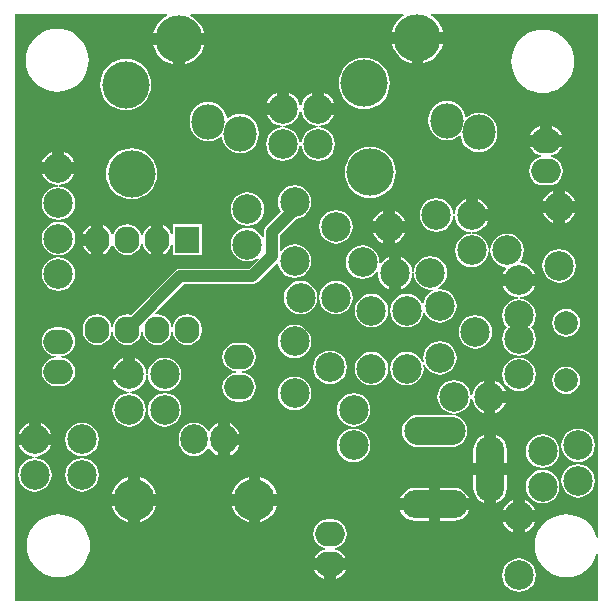
<source format=gbl>
G04*
G04 #@! TF.GenerationSoftware,Altium Limited,Altium Designer,18.0.12 (696)*
G04*
G04 Layer_Physical_Order=2*
G04 Layer_Color=16711680*
%FSLAX44Y44*%
%MOMM*%
G71*
G01*
G75*
%ADD27C,1.0000*%
%ADD28O,2.3000X2.5000*%
%ADD29C,3.5000*%
%ADD30C,2.5000*%
%ADD31C,4.0000*%
%ADD32O,2.8000X3.0000*%
%ADD33O,2.5000X2.1000*%
%ADD34O,5.6000X2.4000*%
%ADD35O,2.4000X5.6000*%
%ADD36O,5.2000X2.4000*%
%ADD37O,2.1000X2.3000*%
%ADD38R,2.1000X2.3000*%
%ADD39C,2.0000*%
G36*
X997074Y556615D02*
X995804Y556465D01*
X995376Y558245D01*
X993774Y562113D01*
X991586Y565683D01*
X988867Y568867D01*
X985683Y571586D01*
X982113Y573774D01*
X978245Y575376D01*
X974174Y576354D01*
X970000Y576682D01*
X965826Y576354D01*
X961755Y575376D01*
X957887Y573774D01*
X954317Y571586D01*
X951133Y568867D01*
X948414Y565683D01*
X946226Y562113D01*
X944624Y558245D01*
X943646Y554174D01*
X943318Y550000D01*
X943646Y545826D01*
X944624Y541755D01*
X946226Y537887D01*
X948414Y534317D01*
X951133Y531133D01*
X954317Y528414D01*
X957887Y526226D01*
X961755Y524624D01*
X965826Y523646D01*
X970000Y523318D01*
X974174Y523646D01*
X978245Y524624D01*
X982113Y526226D01*
X985683Y528414D01*
X988867Y531133D01*
X991586Y534317D01*
X993774Y537887D01*
X995376Y541755D01*
X995804Y543535D01*
X997074Y543385D01*
Y502926D01*
X502926D01*
Y1000000D01*
X631924D01*
X632242Y998730D01*
X629718Y997381D01*
X626368Y994632D01*
X623619Y991282D01*
X621576Y987460D01*
X620527Y984000D01*
X642000D01*
X663473D01*
X662424Y987460D01*
X660381Y991282D01*
X657632Y994632D01*
X654282Y997381D01*
X651758Y998730D01*
X652076Y1000000D01*
X832134D01*
X832443Y998768D01*
X831718Y998381D01*
X828368Y995632D01*
X825619Y992282D01*
X823576Y988460D01*
X822527Y985000D01*
X844000D01*
X865473D01*
X864424Y988460D01*
X862381Y992282D01*
X859632Y995632D01*
X856282Y998381D01*
X855557Y998768D01*
X855866Y1000000D01*
X997074D01*
Y556615D01*
D02*
G37*
%LPC*%
G36*
X865473Y975000D02*
X849000D01*
Y958527D01*
X852460Y959576D01*
X856282Y961619D01*
X859632Y964368D01*
X862381Y967718D01*
X864424Y971540D01*
X865473Y975000D01*
D02*
G37*
G36*
X839000D02*
X822527D01*
X823576Y971540D01*
X825619Y967718D01*
X828368Y964368D01*
X831718Y961619D01*
X835540Y959576D01*
X839000Y958527D01*
Y975000D01*
D02*
G37*
G36*
X663473Y974000D02*
X647000D01*
Y957527D01*
X650460Y958576D01*
X654282Y960619D01*
X657632Y963368D01*
X660381Y966718D01*
X662424Y970540D01*
X663473Y974000D01*
D02*
G37*
G36*
X637000D02*
X620527D01*
X621576Y970540D01*
X623619Y966718D01*
X626368Y963368D01*
X629718Y960619D01*
X633540Y958576D01*
X637000Y957527D01*
Y974000D01*
D02*
G37*
G36*
X539000Y987682D02*
X534826Y987354D01*
X530755Y986376D01*
X526886Y984774D01*
X523317Y982586D01*
X520133Y979867D01*
X517414Y976683D01*
X515226Y973113D01*
X513624Y969245D01*
X512646Y965174D01*
X512318Y961000D01*
X512646Y956826D01*
X513624Y952755D01*
X515226Y948886D01*
X517414Y945317D01*
X520133Y942133D01*
X523317Y939414D01*
X526886Y937226D01*
X530755Y935624D01*
X534826Y934646D01*
X539000Y934318D01*
X543174Y934646D01*
X547245Y935624D01*
X551114Y937226D01*
X554683Y939414D01*
X557867Y942133D01*
X560586Y945317D01*
X562774Y948886D01*
X564376Y952755D01*
X565354Y956826D01*
X565682Y961000D01*
X565354Y965174D01*
X564376Y969245D01*
X562774Y973113D01*
X560586Y976683D01*
X557867Y979867D01*
X554683Y982586D01*
X551114Y984774D01*
X547245Y986376D01*
X543174Y987354D01*
X539000Y987682D01*
D02*
G37*
G36*
X950000Y986682D02*
X945826Y986354D01*
X941755Y985376D01*
X937887Y983774D01*
X934317Y981586D01*
X931133Y978867D01*
X928414Y975683D01*
X926226Y972113D01*
X924624Y968245D01*
X923646Y964174D01*
X923318Y960000D01*
X923646Y955826D01*
X924624Y951755D01*
X926226Y947887D01*
X928414Y944317D01*
X931133Y941133D01*
X934317Y938414D01*
X937887Y936226D01*
X941755Y934624D01*
X945826Y933646D01*
X950000Y933318D01*
X954174Y933646D01*
X958245Y934624D01*
X962113Y936226D01*
X965683Y938414D01*
X968867Y941133D01*
X971586Y944317D01*
X973774Y947887D01*
X975376Y951755D01*
X976354Y955826D01*
X976682Y960000D01*
X976354Y964174D01*
X975376Y968245D01*
X973774Y972113D01*
X971586Y975683D01*
X968867Y978867D01*
X965683Y981586D01*
X962113Y983774D01*
X958245Y985376D01*
X954174Y986354D01*
X950000Y986682D01*
D02*
G37*
G36*
X765000Y933624D02*
Y925000D01*
X773624D01*
X772666Y927312D01*
X770341Y930341D01*
X767313Y932666D01*
X765000Y933624D01*
D02*
G37*
G36*
X725000D02*
X722687Y932666D01*
X719659Y930341D01*
X717334Y927312D01*
X716376Y925000D01*
X725000D01*
Y933624D01*
D02*
G37*
G36*
X799000Y963104D02*
X794766Y962688D01*
X790694Y961452D01*
X786942Y959447D01*
X783653Y956747D01*
X780953Y953458D01*
X778948Y949706D01*
X777712Y945634D01*
X777296Y941400D01*
X777712Y937166D01*
X778948Y933094D01*
X780953Y929342D01*
X783653Y926053D01*
X786942Y923353D01*
X790694Y921348D01*
X794766Y920113D01*
X799000Y919696D01*
X803234Y920113D01*
X807306Y921348D01*
X811058Y923353D01*
X814347Y926053D01*
X817047Y929342D01*
X819052Y933094D01*
X820287Y937166D01*
X820704Y941400D01*
X820287Y945634D01*
X819052Y949706D01*
X817047Y953458D01*
X814347Y956747D01*
X811058Y959447D01*
X807306Y961452D01*
X803234Y962688D01*
X799000Y963104D01*
D02*
G37*
G36*
X597000Y962104D02*
X592766Y961687D01*
X588694Y960452D01*
X584942Y958447D01*
X581653Y955747D01*
X578953Y952458D01*
X576948Y948706D01*
X575713Y944634D01*
X575295Y940400D01*
X575713Y936166D01*
X576948Y932094D01*
X578953Y928342D01*
X581653Y925053D01*
X584942Y922353D01*
X588694Y920348D01*
X592766Y919112D01*
X597000Y918696D01*
X601234Y919112D01*
X605306Y920348D01*
X609058Y922353D01*
X612347Y925053D01*
X615047Y928342D01*
X617052Y932094D01*
X618288Y936166D01*
X618704Y940400D01*
X618288Y944634D01*
X617052Y948706D01*
X615047Y952458D01*
X612347Y955747D01*
X609058Y958447D01*
X605306Y960452D01*
X601234Y961687D01*
X597000Y962104D01*
D02*
G37*
G36*
X957800Y905013D02*
Y897800D01*
X966259D01*
X965719Y899104D01*
X963715Y901715D01*
X961104Y903719D01*
X958063Y904978D01*
X957800Y905013D01*
D02*
G37*
G36*
X947800D02*
X947537Y904978D01*
X944496Y903719D01*
X941885Y901715D01*
X939881Y899104D01*
X939341Y897800D01*
X947800D01*
Y905013D01*
D02*
G37*
G36*
X869000Y926675D02*
X865942Y926374D01*
X863001Y925482D01*
X860291Y924034D01*
X857916Y922084D01*
X855966Y919709D01*
X854518Y916999D01*
X853626Y914058D01*
X853325Y911000D01*
Y909000D01*
X853626Y905942D01*
X854518Y903001D01*
X855966Y900291D01*
X857916Y897916D01*
X860291Y895966D01*
X863001Y894518D01*
X865942Y893626D01*
X869000Y893325D01*
X872058Y893626D01*
X874999Y894518D01*
X877709Y895966D01*
X879225Y897210D01*
X880555Y896659D01*
X880626Y895942D01*
X881518Y893001D01*
X882966Y890291D01*
X884916Y887916D01*
X887291Y885966D01*
X890001Y884518D01*
X892942Y883626D01*
X896000Y883325D01*
X899058Y883626D01*
X901999Y884518D01*
X904709Y885966D01*
X907084Y887916D01*
X909034Y890291D01*
X910482Y893001D01*
X911374Y895942D01*
X911675Y899000D01*
Y901000D01*
X911374Y904058D01*
X910482Y906999D01*
X909034Y909709D01*
X907084Y912084D01*
X904709Y914034D01*
X901999Y915482D01*
X899058Y916374D01*
X896000Y916675D01*
X892942Y916374D01*
X890001Y915482D01*
X887291Y914034D01*
X885775Y912790D01*
X884445Y913341D01*
X884374Y914058D01*
X883482Y916999D01*
X882034Y919709D01*
X880084Y922084D01*
X877709Y924034D01*
X874999Y925482D01*
X872058Y926374D01*
X869000Y926675D01*
D02*
G37*
G36*
X667000Y925676D02*
X663942Y925374D01*
X661001Y924482D01*
X658291Y923034D01*
X655916Y921084D01*
X653966Y918709D01*
X652518Y915999D01*
X651626Y913058D01*
X651324Y910000D01*
Y908000D01*
X651626Y904942D01*
X652518Y902001D01*
X653966Y899291D01*
X655916Y896916D01*
X658291Y894966D01*
X661001Y893518D01*
X663942Y892626D01*
X667000Y892325D01*
X670058Y892626D01*
X672999Y893518D01*
X675709Y894966D01*
X677225Y896210D01*
X678555Y895659D01*
X678626Y894942D01*
X679518Y892001D01*
X680966Y889291D01*
X682916Y886916D01*
X685291Y884966D01*
X688001Y883518D01*
X690942Y882626D01*
X694000Y882325D01*
X697058Y882626D01*
X699999Y883518D01*
X702709Y884966D01*
X705084Y886916D01*
X707034Y889291D01*
X708482Y892001D01*
X709374Y894942D01*
X709676Y898000D01*
Y900000D01*
X709374Y903058D01*
X708482Y905999D01*
X707034Y908709D01*
X705084Y911084D01*
X702709Y913034D01*
X699999Y914482D01*
X697058Y915374D01*
X694000Y915676D01*
X690942Y915374D01*
X688001Y914482D01*
X685291Y913034D01*
X683775Y911790D01*
X682445Y912341D01*
X682374Y913058D01*
X681482Y915999D01*
X680034Y918709D01*
X678084Y921084D01*
X675709Y923034D01*
X672999Y924482D01*
X670058Y925374D01*
X667000Y925676D01*
D02*
G37*
G36*
X735000Y933624D02*
Y920000D01*
X730000D01*
Y915000D01*
X716376D01*
X717334Y912687D01*
X719659Y909659D01*
X722687Y907334D01*
X726215Y905873D01*
X729231Y905476D01*
X729515Y905439D01*
Y904158D01*
X729231Y904120D01*
X726319Y903737D01*
X722889Y902316D01*
X719944Y900056D01*
X717684Y897111D01*
X716263Y893681D01*
X715778Y890000D01*
X716263Y886319D01*
X717684Y882889D01*
X719944Y879944D01*
X722889Y877684D01*
X726319Y876263D01*
X730000Y875778D01*
X733681Y876263D01*
X737111Y877684D01*
X740056Y879944D01*
X742316Y882889D01*
X743737Y886319D01*
X744222Y890000D01*
X743737Y893681D01*
X742316Y897111D01*
X740056Y900056D01*
X737111Y902316D01*
X733681Y903737D01*
X730769Y904120D01*
X730485Y904158D01*
Y905439D01*
X730769Y905476D01*
X733785Y905873D01*
X737312Y907334D01*
X740341Y909659D01*
X742666Y912687D01*
X744127Y916215D01*
X744360Y917983D01*
X745640D01*
X745873Y916215D01*
X747334Y912687D01*
X749659Y909659D01*
X752687Y907334D01*
X756215Y905873D01*
X759231Y905476D01*
X759515Y905439D01*
X759515Y904158D01*
X759231Y904120D01*
X756319Y903737D01*
X752889Y902316D01*
X749944Y900056D01*
X747684Y897111D01*
X746263Y893681D01*
X745778Y890000D01*
X746263Y886319D01*
X747684Y882889D01*
X749944Y879944D01*
X752889Y877684D01*
X756319Y876263D01*
X760000Y875778D01*
X763681Y876263D01*
X767111Y877684D01*
X770056Y879944D01*
X772316Y882889D01*
X773737Y886319D01*
X774222Y890000D01*
X773737Y893681D01*
X772316Y897111D01*
X770056Y900056D01*
X767111Y902316D01*
X763681Y903737D01*
X760769Y904120D01*
X760485Y904158D01*
X760485Y905439D01*
X760769Y905476D01*
X763785Y905873D01*
X767313Y907334D01*
X770341Y909659D01*
X772666Y912687D01*
X773624Y915000D01*
X760000D01*
Y920000D01*
X755000D01*
Y933624D01*
X752687Y932666D01*
X749659Y930341D01*
X747334Y927312D01*
X745873Y923785D01*
X745640Y922017D01*
X744360D01*
X744127Y923785D01*
X742666Y927312D01*
X740341Y930341D01*
X737312Y932666D01*
X735000Y933624D01*
D02*
G37*
G36*
X545000Y883624D02*
Y875000D01*
X553624D01*
X552666Y877313D01*
X550341Y880341D01*
X547313Y882666D01*
X545000Y883624D01*
D02*
G37*
G36*
X535000Y883624D02*
X532687Y882666D01*
X529659Y880341D01*
X527334Y877313D01*
X526376Y875000D01*
X535000D01*
Y883624D01*
D02*
G37*
G36*
X966259Y887800D02*
X952800D01*
X939341D01*
X939881Y886496D01*
X941885Y883885D01*
X944496Y881881D01*
X947537Y880622D01*
X948927Y880439D01*
Y879158D01*
X947641Y878989D01*
X944698Y877769D01*
X942170Y875830D01*
X940231Y873302D01*
X939011Y870359D01*
X938596Y867200D01*
X939011Y864041D01*
X940231Y861098D01*
X942170Y858570D01*
X944698Y856631D01*
X947641Y855411D01*
X950800Y854996D01*
X954800D01*
X957959Y855411D01*
X960902Y856631D01*
X963430Y858570D01*
X965369Y861098D01*
X966589Y864041D01*
X967004Y867200D01*
X966589Y870359D01*
X965369Y873302D01*
X963430Y875830D01*
X960902Y877769D01*
X957959Y878989D01*
X956673Y879158D01*
Y880439D01*
X958063Y880622D01*
X961104Y881881D01*
X963715Y883885D01*
X965719Y886496D01*
X966259Y887800D01*
D02*
G37*
G36*
X804000Y887704D02*
X799766Y887288D01*
X795694Y886052D01*
X791942Y884047D01*
X788653Y881347D01*
X785953Y878058D01*
X783948Y874306D01*
X782712Y870234D01*
X782296Y866000D01*
X782712Y861766D01*
X783948Y857694D01*
X785953Y853942D01*
X788653Y850653D01*
X791942Y847953D01*
X795694Y845948D01*
X799766Y844713D01*
X804000Y844296D01*
X808234Y844713D01*
X812306Y845948D01*
X816058Y847953D01*
X819347Y850653D01*
X822047Y853942D01*
X824052Y857694D01*
X825287Y861766D01*
X825704Y866000D01*
X825287Y870234D01*
X824052Y874306D01*
X822047Y878058D01*
X819347Y881347D01*
X816058Y884047D01*
X812306Y886052D01*
X808234Y887288D01*
X804000Y887704D01*
D02*
G37*
G36*
X602000Y886704D02*
X597766Y886288D01*
X593694Y885052D01*
X589942Y883047D01*
X586653Y880347D01*
X583953Y877058D01*
X581948Y873306D01*
X580713Y869234D01*
X580295Y865000D01*
X580713Y860766D01*
X581948Y856694D01*
X583953Y852942D01*
X586653Y849653D01*
X589942Y846953D01*
X593694Y844948D01*
X597766Y843712D01*
X602000Y843296D01*
X606234Y843712D01*
X610306Y844948D01*
X614058Y846953D01*
X617347Y849653D01*
X620047Y852942D01*
X622052Y856694D01*
X623288Y860766D01*
X623704Y865000D01*
X623288Y869234D01*
X622052Y873306D01*
X620047Y877058D01*
X617347Y880347D01*
X614058Y883047D01*
X610306Y885052D01*
X606234Y886288D01*
X602000Y886704D01*
D02*
G37*
G36*
X969000Y850624D02*
Y842000D01*
X977624D01*
X976666Y844313D01*
X974342Y847342D01*
X971313Y849666D01*
X969000Y850624D01*
D02*
G37*
G36*
X959000D02*
X956687Y849666D01*
X953659Y847342D01*
X951334Y844313D01*
X950376Y842000D01*
X959000D01*
Y850624D01*
D02*
G37*
G36*
X895000Y843624D02*
Y835000D01*
X903624D01*
X902666Y837312D01*
X900341Y840341D01*
X897313Y842666D01*
X895000Y843624D01*
D02*
G37*
G36*
X553624Y865000D02*
X540000D01*
X526376D01*
X527334Y862688D01*
X529659Y859659D01*
X532687Y857334D01*
X536215Y855873D01*
X539231Y855476D01*
X539515Y855439D01*
Y854158D01*
X539231Y854120D01*
X536319Y853737D01*
X532889Y852316D01*
X529944Y850056D01*
X527684Y847111D01*
X526263Y843681D01*
X525778Y840000D01*
X526263Y836319D01*
X527684Y832889D01*
X529944Y829944D01*
X532889Y827684D01*
X536319Y826263D01*
X540000Y825778D01*
X543681Y826263D01*
X547111Y827684D01*
X550056Y829944D01*
X552316Y832889D01*
X553737Y836319D01*
X554222Y840000D01*
X553737Y843681D01*
X552316Y847111D01*
X550056Y850056D01*
X547111Y852316D01*
X543681Y853737D01*
X540769Y854120D01*
X540485Y854158D01*
Y855439D01*
X540769Y855476D01*
X543785Y855873D01*
X547313Y857334D01*
X550341Y859659D01*
X552666Y862688D01*
X553624Y865000D01*
D02*
G37*
G36*
X825000Y833624D02*
Y825000D01*
X833624D01*
X832666Y827313D01*
X830341Y830341D01*
X827313Y832666D01*
X825000Y833624D01*
D02*
G37*
G36*
X815000Y833624D02*
X812688Y832666D01*
X809659Y830341D01*
X807334Y827313D01*
X806376Y825000D01*
X815000D01*
Y833624D01*
D02*
G37*
G36*
X977624Y832000D02*
X969000D01*
Y823376D01*
X971313Y824334D01*
X974342Y826658D01*
X976666Y829687D01*
X977624Y832000D01*
D02*
G37*
G36*
X959000D02*
X950376D01*
X951334Y829687D01*
X953659Y826658D01*
X956687Y824334D01*
X959000Y823376D01*
Y832000D01*
D02*
G37*
G36*
X700000Y849222D02*
X696319Y848737D01*
X692889Y847316D01*
X689944Y845056D01*
X687684Y842111D01*
X686263Y838681D01*
X685778Y835000D01*
X686263Y831319D01*
X687684Y827889D01*
X689944Y824944D01*
X692889Y822684D01*
X696319Y821263D01*
X700000Y820778D01*
X703681Y821263D01*
X707111Y822684D01*
X710056Y824944D01*
X712316Y827889D01*
X713737Y831319D01*
X714222Y835000D01*
X713737Y838681D01*
X712316Y842111D01*
X710056Y845056D01*
X707111Y847316D01*
X703681Y848737D01*
X700000Y849222D01*
D02*
G37*
G36*
X567900Y821559D02*
X566596Y821019D01*
X563985Y819015D01*
X561981Y816404D01*
X561027Y814100D01*
X567900D01*
Y821559D01*
D02*
G37*
G36*
X661200Y822200D02*
X637000D01*
Y813974D01*
X635730Y813721D01*
X634619Y816404D01*
X632615Y819015D01*
X630004Y821019D01*
X628700Y821559D01*
Y809100D01*
Y796641D01*
X630004Y797181D01*
X632615Y799185D01*
X634619Y801796D01*
X635730Y804479D01*
X637000Y804226D01*
Y796000D01*
X661200D01*
Y822200D01*
D02*
G37*
G36*
X598300Y822304D02*
X595141Y821889D01*
X592198Y820669D01*
X589670Y818730D01*
X587731Y816202D01*
X586511Y813259D01*
X586442Y812733D01*
X585161D01*
X585078Y813363D01*
X583819Y816404D01*
X581815Y819015D01*
X579204Y821019D01*
X577900Y821559D01*
Y809100D01*
Y796641D01*
X579204Y797181D01*
X581815Y799185D01*
X583819Y801796D01*
X585078Y804837D01*
X585161Y805467D01*
X586442D01*
X586511Y804941D01*
X587731Y801998D01*
X589670Y799470D01*
X592198Y797531D01*
X595141Y796311D01*
X598300Y795896D01*
X601459Y796311D01*
X604402Y797531D01*
X606930Y799470D01*
X608869Y801998D01*
X610089Y804941D01*
X610158Y805467D01*
X611439D01*
X611522Y804837D01*
X612781Y801796D01*
X614785Y799185D01*
X617396Y797181D01*
X618700Y796641D01*
Y809100D01*
Y821559D01*
X617396Y821019D01*
X614785Y819015D01*
X612781Y816404D01*
X611522Y813363D01*
X611439Y812733D01*
X610158D01*
X610089Y813259D01*
X608869Y816202D01*
X606930Y818730D01*
X604402Y820669D01*
X601459Y821889D01*
X598300Y822304D01*
D02*
G37*
G36*
X740000Y855222D02*
X736319Y854737D01*
X732889Y853316D01*
X729944Y851056D01*
X727684Y848111D01*
X726263Y844681D01*
X725778Y841000D01*
X726263Y837319D01*
X727684Y833889D01*
X728461Y832876D01*
X716193Y820607D01*
X715135Y819229D01*
X714470Y817623D01*
X714243Y815900D01*
Y810778D01*
X712973Y810525D01*
X712316Y812111D01*
X710056Y815056D01*
X707111Y817316D01*
X703681Y818737D01*
X700000Y819222D01*
X696319Y818737D01*
X692889Y817316D01*
X689944Y815056D01*
X687684Y812111D01*
X686263Y808681D01*
X685778Y805000D01*
X686263Y801319D01*
X687684Y797889D01*
X689944Y794944D01*
X692889Y792684D01*
X696319Y791263D01*
X700000Y790778D01*
X703681Y791263D01*
X707111Y792684D01*
X708669Y793879D01*
X709508Y792922D01*
X701243Y784657D01*
X643203D01*
X641480Y784430D01*
X639874Y783765D01*
X638496Y782707D01*
X601472Y745683D01*
X601459Y745689D01*
X598300Y746104D01*
X595141Y745689D01*
X592198Y744469D01*
X589670Y742530D01*
X587731Y740002D01*
X586511Y737059D01*
X586241Y735001D01*
X584959D01*
X584689Y737059D01*
X583469Y740002D01*
X581530Y742530D01*
X579002Y744469D01*
X576059Y745689D01*
X572900Y746104D01*
X569741Y745689D01*
X566798Y744469D01*
X564270Y742530D01*
X562331Y740002D01*
X561111Y737059D01*
X560696Y733900D01*
Y731900D01*
X561111Y728741D01*
X562331Y725798D01*
X564270Y723270D01*
X566798Y721331D01*
X569741Y720111D01*
X572900Y719696D01*
X576059Y720111D01*
X579002Y721331D01*
X581530Y723270D01*
X583469Y725798D01*
X584689Y728741D01*
X584959Y730799D01*
X586241D01*
X586511Y728741D01*
X587731Y725798D01*
X589670Y723270D01*
X592198Y721331D01*
X595141Y720111D01*
X598300Y719696D01*
X601459Y720111D01*
X604402Y721331D01*
X606930Y723270D01*
X608869Y725798D01*
X610089Y728741D01*
X610359Y730799D01*
X611641D01*
X611911Y728741D01*
X613131Y725798D01*
X615070Y723270D01*
X617598Y721331D01*
X620541Y720111D01*
X623700Y719696D01*
X626859Y720111D01*
X629802Y721331D01*
X632330Y723270D01*
X634269Y725798D01*
X635489Y728741D01*
X635760Y730799D01*
X637040D01*
X637311Y728741D01*
X638531Y725798D01*
X640470Y723270D01*
X642998Y721331D01*
X645941Y720111D01*
X649100Y719696D01*
X652259Y720111D01*
X655202Y721331D01*
X657730Y723270D01*
X659669Y725798D01*
X660889Y728741D01*
X661304Y731900D01*
Y733900D01*
X660889Y737059D01*
X659669Y740002D01*
X657730Y742530D01*
X655202Y744469D01*
X652259Y745689D01*
X649100Y746104D01*
X645941Y745689D01*
X642998Y744469D01*
X640470Y742530D01*
X638531Y740002D01*
X637311Y737059D01*
X637040Y735001D01*
X635760D01*
X635489Y737059D01*
X634269Y740002D01*
X632330Y742530D01*
X629802Y744469D01*
X626859Y745689D01*
X623700Y746104D01*
X622338Y745925D01*
X621745Y747128D01*
X645960Y771343D01*
X704000D01*
X705723Y771570D01*
X707328Y772235D01*
X708707Y773293D01*
X724720Y789306D01*
X726061Y788851D01*
X726263Y787319D01*
X727684Y783889D01*
X729944Y780944D01*
X732889Y778684D01*
X736319Y777263D01*
X740000Y776778D01*
X743681Y777263D01*
X747111Y778684D01*
X750056Y780944D01*
X752316Y783889D01*
X753737Y787319D01*
X754222Y791000D01*
X753737Y794681D01*
X752316Y798111D01*
X750056Y801056D01*
X747111Y803316D01*
X743681Y804737D01*
X740000Y805222D01*
X736319Y804737D01*
X732889Y803316D01*
X729944Y801056D01*
X728827Y799601D01*
X727557Y800032D01*
Y813143D01*
X741374Y826959D01*
X743681Y827263D01*
X747111Y828684D01*
X750056Y830944D01*
X752316Y833889D01*
X753737Y837319D01*
X754222Y841000D01*
X753737Y844681D01*
X752316Y848111D01*
X750056Y851056D01*
X747111Y853316D01*
X743681Y854737D01*
X740000Y855222D01*
D02*
G37*
G36*
X815000Y815000D02*
X806376D01*
X807334Y812688D01*
X809659Y809659D01*
X812688Y807334D01*
X815000Y806376D01*
Y815000D01*
D02*
G37*
G36*
X833624D02*
X825000D01*
Y806376D01*
X827313Y807334D01*
X830341Y809659D01*
X832666Y812688D01*
X833624Y815000D01*
D02*
G37*
G36*
X775000Y834222D02*
X771319Y833737D01*
X767889Y832316D01*
X764944Y830056D01*
X762684Y827111D01*
X761263Y823681D01*
X760778Y820000D01*
X761263Y816319D01*
X762684Y812889D01*
X764944Y809944D01*
X767889Y807684D01*
X771319Y806263D01*
X775000Y805778D01*
X778681Y806263D01*
X782111Y807684D01*
X785056Y809944D01*
X787316Y812889D01*
X788737Y816319D01*
X789222Y820000D01*
X788737Y823681D01*
X787316Y827111D01*
X785056Y830056D01*
X782111Y832316D01*
X778681Y833737D01*
X775000Y834222D01*
D02*
G37*
G36*
X567900Y804100D02*
X561027D01*
X561981Y801796D01*
X563985Y799185D01*
X566596Y797181D01*
X567900Y796641D01*
Y804100D01*
D02*
G37*
G36*
X540000Y824222D02*
X536319Y823737D01*
X532889Y822316D01*
X529944Y820056D01*
X527684Y817111D01*
X526263Y813681D01*
X525778Y810000D01*
X526263Y806319D01*
X527684Y802889D01*
X529944Y799944D01*
X532889Y797684D01*
X536319Y796263D01*
X540000Y795778D01*
X543681Y796263D01*
X547111Y797684D01*
X550056Y799944D01*
X552316Y802889D01*
X553737Y806319D01*
X554222Y810000D01*
X553737Y813681D01*
X552316Y817111D01*
X550056Y820056D01*
X547111Y822316D01*
X543681Y823737D01*
X540000Y824222D01*
D02*
G37*
G36*
X860000Y844222D02*
X856319Y843737D01*
X852889Y842316D01*
X849944Y840056D01*
X847684Y837111D01*
X846263Y833681D01*
X845778Y830000D01*
X846263Y826319D01*
X847684Y822889D01*
X849944Y819944D01*
X852889Y817684D01*
X856319Y816263D01*
X860000Y815778D01*
X863681Y816263D01*
X867111Y817684D01*
X870056Y819944D01*
X872316Y822889D01*
X873737Y826319D01*
X874120Y829231D01*
X874158Y829515D01*
X875439D01*
X875476Y829231D01*
X875873Y826215D01*
X877334Y822687D01*
X879659Y819659D01*
X882687Y817334D01*
X886215Y815873D01*
X889231Y815476D01*
X889515Y815439D01*
Y814158D01*
X889231Y814120D01*
X886319Y813737D01*
X882889Y812316D01*
X879944Y810056D01*
X877684Y807111D01*
X876263Y803681D01*
X875778Y800000D01*
X876263Y796319D01*
X877684Y792889D01*
X879944Y789944D01*
X882889Y787684D01*
X886319Y786263D01*
X890000Y785778D01*
X893681Y786263D01*
X897111Y787684D01*
X900056Y789944D01*
X902316Y792889D01*
X903737Y796319D01*
X904222Y800000D01*
X903737Y803681D01*
X902316Y807111D01*
X900056Y810056D01*
X897111Y812316D01*
X893681Y813737D01*
X890769Y814120D01*
X890485Y814158D01*
Y815439D01*
X890769Y815476D01*
X893785Y815873D01*
X897313Y817334D01*
X900341Y819659D01*
X902666Y822687D01*
X903624Y825000D01*
X890000D01*
Y830000D01*
X885000D01*
Y843624D01*
X882687Y842666D01*
X879659Y840341D01*
X877334Y837312D01*
X875873Y833785D01*
X875476Y830769D01*
X875439Y830485D01*
X874158D01*
X874120Y830769D01*
X873737Y833681D01*
X872316Y837111D01*
X870056Y840056D01*
X867111Y842316D01*
X863681Y843737D01*
X860000Y844222D01*
D02*
G37*
G36*
X855000Y795222D02*
X851319Y794737D01*
X847889Y793316D01*
X844944Y791056D01*
X842684Y788111D01*
X841263Y784681D01*
X840880Y781769D01*
X840842Y781485D01*
X839561Y781485D01*
X839524Y781769D01*
X839127Y784785D01*
X837666Y788313D01*
X835341Y791341D01*
X832313Y793666D01*
X830000Y794624D01*
Y781000D01*
Y767376D01*
X832313Y768334D01*
X835341Y770658D01*
X837666Y773687D01*
X839127Y777215D01*
X839524Y780231D01*
X839561Y780515D01*
X840842Y780515D01*
X840880Y780231D01*
X841263Y777319D01*
X842684Y773889D01*
X844944Y770944D01*
X847889Y768684D01*
X851319Y767263D01*
X855000Y766778D01*
X856612Y766991D01*
X856944Y765753D01*
X855889Y765316D01*
X852944Y763056D01*
X850684Y760111D01*
X849263Y756681D01*
X849068Y755201D01*
X847765Y755029D01*
X847316Y756111D01*
X845056Y759056D01*
X842111Y761316D01*
X838681Y762737D01*
X835000Y763222D01*
X831319Y762737D01*
X827889Y761316D01*
X824944Y759056D01*
X822684Y756111D01*
X821263Y752681D01*
X820778Y749000D01*
X821263Y745319D01*
X822684Y741889D01*
X824944Y738944D01*
X827889Y736684D01*
X831319Y735263D01*
X835000Y734778D01*
X838681Y735263D01*
X842111Y736684D01*
X845056Y738944D01*
X847316Y741889D01*
X848737Y745319D01*
X848932Y746799D01*
X850236Y746971D01*
X850684Y745889D01*
X852944Y742944D01*
X855889Y740684D01*
X859319Y739263D01*
X863000Y738778D01*
X866681Y739263D01*
X870111Y740684D01*
X873056Y742944D01*
X875316Y745889D01*
X876737Y749319D01*
X877222Y753000D01*
X876737Y756681D01*
X875316Y760111D01*
X873056Y763056D01*
X870111Y765316D01*
X866681Y766737D01*
X863000Y767222D01*
X861387Y767009D01*
X861056Y768247D01*
X862111Y768684D01*
X865056Y770944D01*
X867316Y773889D01*
X868737Y777319D01*
X869222Y781000D01*
X868737Y784681D01*
X867316Y788111D01*
X865056Y791056D01*
X862111Y793316D01*
X858681Y794737D01*
X855000Y795222D01*
D02*
G37*
G36*
X920000Y814222D02*
X916319Y813737D01*
X912889Y812316D01*
X909944Y810056D01*
X907684Y807111D01*
X906263Y803681D01*
X905778Y800000D01*
X906263Y796319D01*
X907684Y792889D01*
X909944Y789944D01*
X912889Y787684D01*
X916319Y786263D01*
X918540Y785971D01*
X919101Y784616D01*
X917334Y782313D01*
X916376Y780000D01*
X943624D01*
X942666Y782313D01*
X940341Y785341D01*
X937313Y787666D01*
X933785Y789127D01*
X931283Y789456D01*
X930722Y790811D01*
X932316Y792889D01*
X933737Y796319D01*
X934222Y800000D01*
X933737Y803681D01*
X932316Y807111D01*
X930056Y810056D01*
X927111Y812316D01*
X923681Y813737D01*
X920000Y814222D01*
D02*
G37*
G36*
X964000Y801222D02*
X960319Y800737D01*
X956889Y799316D01*
X953944Y797056D01*
X951684Y794111D01*
X950263Y790681D01*
X949778Y787000D01*
X950263Y783319D01*
X951684Y779889D01*
X953944Y776944D01*
X956889Y774684D01*
X960319Y773263D01*
X964000Y772778D01*
X967681Y773263D01*
X971111Y774684D01*
X974056Y776944D01*
X976316Y779889D01*
X977737Y783319D01*
X978222Y787000D01*
X977737Y790681D01*
X976316Y794111D01*
X974056Y797056D01*
X971111Y799316D01*
X967681Y800737D01*
X964000Y801222D01*
D02*
G37*
G36*
X797500Y804222D02*
X793819Y803737D01*
X790389Y802316D01*
X787444Y800056D01*
X785184Y797111D01*
X783763Y793681D01*
X783278Y790000D01*
X783763Y786319D01*
X785184Y782889D01*
X787444Y779944D01*
X790389Y777684D01*
X793819Y776263D01*
X797500Y775778D01*
X801181Y776263D01*
X804611Y777684D01*
X807556Y779944D01*
X809245Y782144D01*
X810459Y781641D01*
X810375Y781000D01*
X810873Y777215D01*
X812334Y773687D01*
X814659Y770658D01*
X817687Y768334D01*
X820000Y767376D01*
Y781000D01*
Y794624D01*
X817687Y793666D01*
X814659Y791341D01*
X812873Y789014D01*
X811658Y789518D01*
X811722Y790000D01*
X811237Y793681D01*
X809816Y797111D01*
X807556Y800056D01*
X804611Y802316D01*
X801181Y803737D01*
X797500Y804222D01*
D02*
G37*
G36*
X540000Y794222D02*
X536319Y793737D01*
X532889Y792316D01*
X529944Y790056D01*
X527684Y787111D01*
X526263Y783681D01*
X525778Y780000D01*
X526263Y776319D01*
X527684Y772889D01*
X529944Y769944D01*
X532889Y767684D01*
X536319Y766263D01*
X540000Y765778D01*
X543681Y766263D01*
X547111Y767684D01*
X550056Y769944D01*
X552316Y772889D01*
X553737Y776319D01*
X554222Y780000D01*
X553737Y783681D01*
X552316Y787111D01*
X550056Y790056D01*
X547111Y792316D01*
X543681Y793737D01*
X540000Y794222D01*
D02*
G37*
G36*
X775000Y774222D02*
X771319Y773737D01*
X767889Y772316D01*
X764944Y770056D01*
X762684Y767111D01*
X761263Y763681D01*
X760778Y760000D01*
X761263Y756319D01*
X762684Y752889D01*
X764944Y749944D01*
X767889Y747684D01*
X771319Y746263D01*
X775000Y745778D01*
X778681Y746263D01*
X782111Y747684D01*
X785056Y749944D01*
X787316Y752889D01*
X788737Y756319D01*
X789222Y760000D01*
X788737Y763681D01*
X787316Y767111D01*
X785056Y770056D01*
X782111Y772316D01*
X778681Y773737D01*
X775000Y774222D01*
D02*
G37*
G36*
X745000D02*
X741319Y773737D01*
X737889Y772316D01*
X734944Y770056D01*
X732684Y767111D01*
X731263Y763681D01*
X730778Y760000D01*
X731263Y756319D01*
X732684Y752889D01*
X734944Y749944D01*
X737889Y747684D01*
X741319Y746263D01*
X745000Y745778D01*
X748681Y746263D01*
X752111Y747684D01*
X755056Y749944D01*
X757316Y752889D01*
X758737Y756319D01*
X759222Y760000D01*
X758737Y763681D01*
X757316Y767111D01*
X755056Y770056D01*
X752111Y772316D01*
X748681Y773737D01*
X745000Y774222D01*
D02*
G37*
G36*
X805000Y763222D02*
X801319Y762737D01*
X797889Y761316D01*
X794944Y759056D01*
X792684Y756111D01*
X791263Y752681D01*
X790778Y749000D01*
X791263Y745319D01*
X792684Y741889D01*
X794944Y738944D01*
X797889Y736684D01*
X801319Y735263D01*
X805000Y734778D01*
X808681Y735263D01*
X812111Y736684D01*
X815056Y738944D01*
X817316Y741889D01*
X818737Y745319D01*
X819222Y749000D01*
X818737Y752681D01*
X817316Y756111D01*
X815056Y759056D01*
X812111Y761316D01*
X808681Y762737D01*
X805000Y763222D01*
D02*
G37*
G36*
X970000Y750500D02*
X966972Y750101D01*
X964150Y748933D01*
X961727Y747073D01*
X959867Y744650D01*
X958699Y741828D01*
X958300Y738800D01*
X958699Y735772D01*
X959867Y732950D01*
X961727Y730527D01*
X964150Y728667D01*
X966972Y727499D01*
X970000Y727100D01*
X973028Y727499D01*
X975850Y728667D01*
X978273Y730527D01*
X980133Y732950D01*
X981301Y735772D01*
X981700Y738800D01*
X981301Y741828D01*
X980133Y744650D01*
X978273Y747073D01*
X975850Y748933D01*
X973028Y750101D01*
X970000Y750500D01*
D02*
G37*
G36*
X893000Y745222D02*
X889319Y744737D01*
X885889Y743316D01*
X882944Y741056D01*
X880684Y738111D01*
X879263Y734681D01*
X878778Y731000D01*
X879263Y727319D01*
X880684Y723889D01*
X882944Y720944D01*
X885889Y718684D01*
X889319Y717263D01*
X893000Y716778D01*
X896681Y717263D01*
X900111Y718684D01*
X903056Y720944D01*
X905316Y723889D01*
X906737Y727319D01*
X907222Y731000D01*
X906737Y734681D01*
X905316Y738111D01*
X903056Y741056D01*
X900111Y743316D01*
X896681Y744737D01*
X893000Y745222D01*
D02*
G37*
G36*
X943624Y770000D02*
X916376D01*
X917334Y767687D01*
X919659Y764659D01*
X922687Y762334D01*
X926215Y760873D01*
X929231Y760476D01*
X929515Y760439D01*
Y759158D01*
X929231Y759120D01*
X926319Y758737D01*
X922889Y757316D01*
X919944Y755056D01*
X917684Y752111D01*
X916263Y748681D01*
X915778Y745000D01*
X916263Y741319D01*
X917684Y737889D01*
X919901Y735000D01*
X917684Y732111D01*
X916263Y728681D01*
X915778Y725000D01*
X916263Y721319D01*
X917684Y717889D01*
X919944Y714944D01*
X922889Y712684D01*
X926319Y711263D01*
X930000Y710778D01*
X933681Y711263D01*
X937111Y712684D01*
X940056Y714944D01*
X942316Y717889D01*
X943737Y721319D01*
X944222Y725000D01*
X943737Y728681D01*
X942316Y732111D01*
X940099Y735000D01*
X942316Y737889D01*
X943737Y741319D01*
X944222Y745000D01*
X943737Y748681D01*
X942316Y752111D01*
X940056Y755056D01*
X937111Y757316D01*
X933681Y758737D01*
X930769Y759120D01*
X930485Y759158D01*
Y760439D01*
X930769Y760476D01*
X933785Y760873D01*
X937313Y762334D01*
X940341Y764659D01*
X942666Y767687D01*
X943624Y770000D01*
D02*
G37*
G36*
X740000Y737222D02*
X736319Y736737D01*
X732889Y735316D01*
X729944Y733056D01*
X727684Y730111D01*
X726263Y726681D01*
X725778Y723000D01*
X726263Y719319D01*
X727684Y715889D01*
X729944Y712944D01*
X732889Y710684D01*
X736319Y709263D01*
X740000Y708778D01*
X743681Y709263D01*
X747111Y710684D01*
X750056Y712944D01*
X752316Y715889D01*
X753737Y719319D01*
X754222Y723000D01*
X753737Y726681D01*
X752316Y730111D01*
X750056Y733056D01*
X747111Y735316D01*
X743681Y736737D01*
X740000Y737222D01*
D02*
G37*
G36*
X863000Y723222D02*
X859319Y722737D01*
X855889Y721316D01*
X852944Y719056D01*
X850684Y716111D01*
X849263Y712681D01*
X848778Y709000D01*
X849184Y705922D01*
X847946Y705590D01*
X847316Y707111D01*
X845056Y710056D01*
X842111Y712316D01*
X838681Y713737D01*
X835000Y714222D01*
X831319Y713737D01*
X827889Y712316D01*
X824944Y710056D01*
X822684Y707111D01*
X821263Y703681D01*
X820778Y700000D01*
X821263Y696319D01*
X822684Y692889D01*
X824944Y689944D01*
X827889Y687684D01*
X831319Y686263D01*
X835000Y685778D01*
X838681Y686263D01*
X842111Y687684D01*
X845056Y689944D01*
X847316Y692889D01*
X848737Y696319D01*
X849222Y700000D01*
X848816Y703078D01*
X850054Y703410D01*
X850684Y701889D01*
X852944Y698944D01*
X855889Y696684D01*
X859319Y695263D01*
X863000Y694778D01*
X866681Y695263D01*
X870111Y696684D01*
X873056Y698944D01*
X875316Y701889D01*
X876737Y705319D01*
X877222Y709000D01*
X876737Y712681D01*
X875316Y716111D01*
X873056Y719056D01*
X870111Y721316D01*
X866681Y722737D01*
X863000Y723222D01*
D02*
G37*
G36*
X595000Y708624D02*
X592687Y707666D01*
X589659Y705341D01*
X587334Y702313D01*
X586376Y700000D01*
X595000D01*
Y708624D01*
D02*
G37*
G36*
X630000Y709222D02*
X626319Y708737D01*
X622889Y707316D01*
X619944Y705056D01*
X617684Y702111D01*
X616263Y698681D01*
X615880Y695769D01*
X615842Y695485D01*
X614561Y695485D01*
X614524Y695769D01*
X614127Y698785D01*
X612666Y702313D01*
X610341Y705341D01*
X607313Y707666D01*
X605000Y708624D01*
Y695000D01*
X600000D01*
Y690000D01*
X586376D01*
X587334Y687687D01*
X589659Y684659D01*
X592687Y682334D01*
X596215Y680873D01*
X599231Y680476D01*
X599515Y680439D01*
Y679158D01*
X599231Y679120D01*
X596319Y678737D01*
X592889Y677316D01*
X589944Y675056D01*
X587684Y672111D01*
X586263Y668681D01*
X585778Y665000D01*
X586263Y661319D01*
X587684Y657889D01*
X589944Y654944D01*
X592889Y652684D01*
X596319Y651263D01*
X600000Y650778D01*
X603681Y651263D01*
X607111Y652684D01*
X610056Y654944D01*
X612316Y657889D01*
X613737Y661319D01*
X614222Y665000D01*
X613737Y668681D01*
X612316Y672111D01*
X610056Y675056D01*
X607111Y677316D01*
X603681Y678737D01*
X600769Y679120D01*
X600485Y679158D01*
Y680439D01*
X600769Y680476D01*
X603785Y680873D01*
X607313Y682334D01*
X610341Y684659D01*
X612666Y687687D01*
X614127Y691215D01*
X614524Y694231D01*
X614561Y694515D01*
X615842Y694515D01*
X615880Y694231D01*
X616263Y691319D01*
X617684Y687889D01*
X619944Y684944D01*
X622889Y682684D01*
X626319Y681263D01*
X630000Y680778D01*
X633681Y681263D01*
X637111Y682684D01*
X640056Y684944D01*
X642316Y687889D01*
X643737Y691319D01*
X644222Y695000D01*
X643737Y698681D01*
X642316Y702111D01*
X640056Y705056D01*
X637111Y707316D01*
X633681Y708737D01*
X630000Y709222D01*
D02*
G37*
G36*
X770000Y715222D02*
X766319Y714737D01*
X762889Y713316D01*
X759944Y711056D01*
X757684Y708111D01*
X756263Y704681D01*
X755778Y701000D01*
X756263Y697319D01*
X757684Y693889D01*
X759944Y690944D01*
X762889Y688684D01*
X766319Y687263D01*
X770000Y686778D01*
X773681Y687263D01*
X777111Y688684D01*
X780056Y690944D01*
X782316Y693889D01*
X783737Y697319D01*
X784222Y701000D01*
X783737Y704681D01*
X782316Y708111D01*
X780056Y711056D01*
X777111Y713316D01*
X773681Y714737D01*
X770000Y715222D01*
D02*
G37*
G36*
X805000Y714222D02*
X801319Y713737D01*
X797889Y712316D01*
X794944Y710056D01*
X792684Y707111D01*
X791263Y703681D01*
X790778Y700000D01*
X791263Y696319D01*
X792684Y692889D01*
X794944Y689944D01*
X797889Y687684D01*
X801319Y686263D01*
X805000Y685778D01*
X808681Y686263D01*
X812111Y687684D01*
X815056Y689944D01*
X817316Y692889D01*
X818737Y696319D01*
X819222Y700000D01*
X818737Y703681D01*
X817316Y707111D01*
X815056Y710056D01*
X812111Y712316D01*
X808681Y713737D01*
X805000Y714222D01*
D02*
G37*
G36*
X542000Y735004D02*
X538000D01*
X534841Y734589D01*
X531898Y733369D01*
X529370Y731430D01*
X527431Y728902D01*
X526211Y725959D01*
X525796Y722800D01*
X526211Y719641D01*
X527431Y716698D01*
X529370Y714170D01*
X531898Y712231D01*
X534841Y711011D01*
X537659Y710640D01*
Y709360D01*
X534841Y708989D01*
X531898Y707769D01*
X529370Y705830D01*
X527431Y703302D01*
X526211Y700359D01*
X525796Y697200D01*
X526211Y694041D01*
X527431Y691098D01*
X529370Y688570D01*
X531898Y686631D01*
X534841Y685411D01*
X538000Y684996D01*
X542000D01*
X545159Y685411D01*
X548102Y686631D01*
X550630Y688570D01*
X552569Y691098D01*
X553789Y694041D01*
X554204Y697200D01*
X553789Y700359D01*
X552569Y703302D01*
X550630Y705830D01*
X548102Y707769D01*
X545159Y708989D01*
X542341Y709360D01*
Y710640D01*
X545159Y711011D01*
X548102Y712231D01*
X550630Y714170D01*
X552569Y716698D01*
X553789Y719641D01*
X554204Y722800D01*
X553789Y725959D01*
X552569Y728902D01*
X550630Y731430D01*
X548102Y733369D01*
X545159Y734589D01*
X542000Y735004D01*
D02*
G37*
G36*
X910000Y689624D02*
Y681000D01*
X918624D01*
X917666Y683313D01*
X915341Y686341D01*
X912313Y688666D01*
X910000Y689624D01*
D02*
G37*
G36*
X930000Y709222D02*
X926319Y708737D01*
X922889Y707316D01*
X919944Y705056D01*
X917684Y702111D01*
X916263Y698681D01*
X915778Y695000D01*
X916263Y691319D01*
X917684Y687889D01*
X919944Y684944D01*
X922889Y682684D01*
X926319Y681263D01*
X930000Y680778D01*
X933681Y681263D01*
X937111Y682684D01*
X940056Y684944D01*
X942316Y687889D01*
X943737Y691319D01*
X944222Y695000D01*
X943737Y698681D01*
X942316Y702111D01*
X940056Y705056D01*
X937111Y707316D01*
X933681Y708737D01*
X930000Y709222D01*
D02*
G37*
G36*
X970000Y701700D02*
X966972Y701301D01*
X964150Y700133D01*
X961727Y698273D01*
X959867Y695850D01*
X958699Y693028D01*
X958300Y690000D01*
X958699Y686972D01*
X959867Y684150D01*
X961727Y681727D01*
X964150Y679867D01*
X966972Y678699D01*
X970000Y678300D01*
X973028Y678699D01*
X975850Y679867D01*
X978273Y681727D01*
X980133Y684150D01*
X981301Y686972D01*
X981700Y690000D01*
X981301Y693028D01*
X980133Y695850D01*
X978273Y698273D01*
X975850Y700133D01*
X973028Y701301D01*
X970000Y701700D01*
D02*
G37*
G36*
X695000Y722004D02*
X691000D01*
X687841Y721589D01*
X684898Y720369D01*
X682370Y718430D01*
X680431Y715902D01*
X679211Y712959D01*
X678796Y709800D01*
X679211Y706641D01*
X680431Y703698D01*
X682370Y701170D01*
X684898Y699231D01*
X687841Y698011D01*
X690659Y697641D01*
Y696359D01*
X687841Y695989D01*
X684898Y694769D01*
X682370Y692830D01*
X680431Y690302D01*
X679211Y687359D01*
X678796Y684200D01*
X679211Y681041D01*
X680431Y678098D01*
X682370Y675570D01*
X684898Y673631D01*
X687841Y672411D01*
X691000Y671996D01*
X695000D01*
X698159Y672411D01*
X701102Y673631D01*
X703630Y675570D01*
X705569Y678098D01*
X706789Y681041D01*
X707204Y684200D01*
X706789Y687359D01*
X705569Y690302D01*
X703630Y692830D01*
X701102Y694769D01*
X698159Y695989D01*
X695341Y696359D01*
Y697641D01*
X698159Y698011D01*
X701102Y699231D01*
X703630Y701170D01*
X705569Y703698D01*
X706789Y706641D01*
X707204Y709800D01*
X706789Y712959D01*
X705569Y715902D01*
X703630Y718430D01*
X701102Y720369D01*
X698159Y721589D01*
X695000Y722004D01*
D02*
G37*
G36*
X740000Y693222D02*
X736319Y692737D01*
X732889Y691316D01*
X729944Y689056D01*
X727684Y686111D01*
X726263Y682681D01*
X725778Y679000D01*
X726263Y675319D01*
X727684Y671889D01*
X729944Y668944D01*
X732889Y666684D01*
X736319Y665263D01*
X740000Y664778D01*
X743681Y665263D01*
X747111Y666684D01*
X750056Y668944D01*
X752316Y671889D01*
X753737Y675319D01*
X754222Y679000D01*
X753737Y682681D01*
X752316Y686111D01*
X750056Y689056D01*
X747111Y691316D01*
X743681Y692737D01*
X740000Y693222D01*
D02*
G37*
G36*
X875000Y690222D02*
X871319Y689737D01*
X867889Y688316D01*
X864944Y686056D01*
X862684Y683111D01*
X861263Y679681D01*
X860778Y676000D01*
X861263Y672319D01*
X862684Y668889D01*
X864944Y665944D01*
X867889Y663684D01*
X871319Y662263D01*
X875000Y661778D01*
X878681Y662263D01*
X882111Y663684D01*
X885056Y665944D01*
X887316Y668889D01*
X888737Y672319D01*
X889120Y675231D01*
X889158Y675515D01*
X890439D01*
X890476Y675231D01*
X890873Y672215D01*
X892334Y668687D01*
X894659Y665658D01*
X897687Y663334D01*
X900000Y662376D01*
Y676000D01*
Y689624D01*
X897687Y688666D01*
X894659Y686341D01*
X892334Y683313D01*
X890873Y679785D01*
X890476Y676769D01*
X890439Y676485D01*
X889158D01*
X889120Y676769D01*
X888737Y679681D01*
X887316Y683111D01*
X885056Y686056D01*
X882111Y688316D01*
X878681Y689737D01*
X875000Y690222D01*
D02*
G37*
G36*
X918624Y671000D02*
X910000D01*
Y662376D01*
X912313Y663334D01*
X915341Y665658D01*
X917666Y668687D01*
X918624Y671000D01*
D02*
G37*
G36*
X630000Y679222D02*
X626319Y678737D01*
X622889Y677316D01*
X619944Y675056D01*
X617684Y672111D01*
X616263Y668681D01*
X615778Y665000D01*
X616263Y661319D01*
X617684Y657889D01*
X619944Y654944D01*
X622889Y652684D01*
X626319Y651263D01*
X630000Y650778D01*
X633681Y651263D01*
X637111Y652684D01*
X640056Y654944D01*
X642316Y657889D01*
X643737Y661319D01*
X644222Y665000D01*
X643737Y668681D01*
X642316Y672111D01*
X640056Y675056D01*
X637111Y677316D01*
X633681Y678737D01*
X630000Y679222D01*
D02*
G37*
G36*
X790000Y679222D02*
X786319Y678737D01*
X782889Y677316D01*
X779944Y675056D01*
X777684Y672111D01*
X776263Y668681D01*
X775778Y665000D01*
X776263Y661319D01*
X777684Y657889D01*
X779944Y654944D01*
X782889Y652684D01*
X786319Y651263D01*
X790000Y650778D01*
X793681Y651263D01*
X797111Y652684D01*
X800056Y654944D01*
X802316Y657889D01*
X803737Y661319D01*
X804222Y665000D01*
X803737Y668681D01*
X802316Y672111D01*
X800056Y675056D01*
X797111Y677316D01*
X793681Y678737D01*
X790000Y679222D01*
D02*
G37*
G36*
X685000Y653541D02*
Y645000D01*
X692955D01*
X691792Y647808D01*
X689628Y650628D01*
X686808Y652792D01*
X685000Y653541D01*
D02*
G37*
G36*
X525000Y653624D02*
Y645000D01*
X533624D01*
X532666Y647312D01*
X530341Y650341D01*
X527313Y652666D01*
X525000Y653624D01*
D02*
G37*
G36*
X515000D02*
X512687Y652666D01*
X509659Y650341D01*
X507334Y647312D01*
X506376Y645000D01*
X515000D01*
Y653624D01*
D02*
G37*
G36*
X872500Y660717D02*
X844500D01*
X840950Y660250D01*
X837641Y658880D01*
X834800Y656700D01*
X832620Y653859D01*
X831250Y650550D01*
X830783Y647000D01*
X831250Y643450D01*
X832620Y640141D01*
X834800Y637300D01*
X837641Y635120D01*
X840950Y633750D01*
X844500Y633283D01*
X872500D01*
X876050Y633750D01*
X879359Y635120D01*
X882200Y637300D01*
X884380Y640141D01*
X885750Y643450D01*
X886217Y647000D01*
X885750Y650550D01*
X884380Y653859D01*
X882200Y656700D01*
X879359Y658880D01*
X876050Y660250D01*
X872500Y660717D01*
D02*
G37*
G36*
X692955Y635000D02*
X685000D01*
Y626459D01*
X686808Y627208D01*
X689628Y629372D01*
X691792Y632192D01*
X692955Y635000D01*
D02*
G37*
G36*
X655000Y654213D02*
X651580Y653763D01*
X648393Y652443D01*
X645657Y650343D01*
X643557Y647607D01*
X642237Y644420D01*
X641787Y641000D01*
Y639000D01*
X642237Y635580D01*
X643557Y632393D01*
X645657Y629657D01*
X648393Y627557D01*
X651580Y626237D01*
X655000Y625787D01*
X658420Y626237D01*
X661607Y627557D01*
X664343Y629657D01*
X666443Y632393D01*
X666648Y632890D01*
X667919D01*
X668208Y632192D01*
X670372Y629372D01*
X673192Y627208D01*
X675000Y626459D01*
Y640000D01*
Y653541D01*
X673192Y652792D01*
X670372Y650628D01*
X668208Y647808D01*
X667919Y647110D01*
X666648D01*
X666443Y647607D01*
X664343Y650343D01*
X661607Y652443D01*
X658420Y653763D01*
X655000Y654213D01*
D02*
G37*
G36*
X560000Y654222D02*
X556319Y653737D01*
X552889Y652316D01*
X549944Y650056D01*
X547684Y647111D01*
X546263Y643681D01*
X545778Y640000D01*
X546263Y636319D01*
X547684Y632889D01*
X549944Y629944D01*
X552889Y627684D01*
X556319Y626263D01*
X560000Y625778D01*
X563681Y626263D01*
X567111Y627684D01*
X570056Y629944D01*
X572316Y632889D01*
X573737Y636319D01*
X574222Y640000D01*
X573737Y643681D01*
X572316Y647111D01*
X570056Y650056D01*
X567111Y652316D01*
X563681Y653737D01*
X560000Y654222D01*
D02*
G37*
G36*
X980000Y649222D02*
X976319Y648737D01*
X972889Y647316D01*
X969944Y645056D01*
X967684Y642111D01*
X966263Y638681D01*
X965778Y635000D01*
X966263Y631319D01*
X967684Y627889D01*
X969944Y624944D01*
X972889Y622684D01*
X976319Y621263D01*
X980000Y620778D01*
X983681Y621263D01*
X987111Y622684D01*
X990056Y624944D01*
X992316Y627889D01*
X993737Y631319D01*
X994222Y635000D01*
X993737Y638681D01*
X992316Y642111D01*
X990056Y645056D01*
X987111Y647316D01*
X983681Y648737D01*
X980000Y649222D01*
D02*
G37*
G36*
X790000Y649222D02*
X786319Y648737D01*
X782889Y647316D01*
X779944Y645056D01*
X777684Y642111D01*
X776263Y638681D01*
X775778Y635000D01*
X776263Y631319D01*
X777684Y627889D01*
X779944Y624944D01*
X782889Y622684D01*
X786319Y621263D01*
X790000Y620778D01*
X793681Y621263D01*
X797111Y622684D01*
X800056Y624944D01*
X802316Y627889D01*
X803737Y631319D01*
X804222Y635000D01*
X803737Y638681D01*
X802316Y642111D01*
X800056Y645056D01*
X797111Y647316D01*
X793681Y648737D01*
X790000Y649222D01*
D02*
G37*
G36*
X910500Y644082D02*
Y620000D01*
X919621D01*
Y631000D01*
X919140Y634655D01*
X917729Y638060D01*
X915485Y640985D01*
X912560Y643229D01*
X910500Y644082D01*
D02*
G37*
G36*
X900500Y644082D02*
X898440Y643229D01*
X895515Y640985D01*
X893271Y638060D01*
X891860Y634655D01*
X891379Y631000D01*
Y620000D01*
X900500D01*
Y644082D01*
D02*
G37*
G36*
X950000Y644222D02*
X946319Y643737D01*
X942889Y642316D01*
X939944Y640056D01*
X937684Y637111D01*
X936263Y633681D01*
X935778Y630000D01*
X936263Y626319D01*
X937684Y622889D01*
X939944Y619944D01*
X942889Y617684D01*
X946319Y616263D01*
X950000Y615778D01*
X953681Y616263D01*
X957111Y617684D01*
X960056Y619944D01*
X962316Y622889D01*
X963737Y626319D01*
X964222Y630000D01*
X963737Y633681D01*
X962316Y637111D01*
X960056Y640056D01*
X957111Y642316D01*
X953681Y643737D01*
X950000Y644222D01*
D02*
G37*
G36*
X560000Y624222D02*
X556319Y623737D01*
X552889Y622316D01*
X549944Y620056D01*
X547684Y617111D01*
X546263Y613681D01*
X545778Y610000D01*
X546263Y606319D01*
X547684Y602889D01*
X549944Y599944D01*
X552889Y597684D01*
X556319Y596263D01*
X560000Y595778D01*
X563681Y596263D01*
X567111Y597684D01*
X570056Y599944D01*
X572316Y602889D01*
X573737Y606319D01*
X574222Y610000D01*
X573737Y613681D01*
X572316Y617111D01*
X570056Y620056D01*
X567111Y622316D01*
X563681Y623737D01*
X560000Y624222D01*
D02*
G37*
G36*
X533624Y635000D02*
X506376D01*
X507334Y632687D01*
X509659Y629659D01*
X512687Y627334D01*
X516215Y625873D01*
X519231Y625476D01*
X519515Y625439D01*
Y624158D01*
X519231Y624120D01*
X516319Y623737D01*
X512889Y622316D01*
X509944Y620056D01*
X507684Y617111D01*
X506263Y613681D01*
X505778Y610000D01*
X506263Y606319D01*
X507684Y602889D01*
X509944Y599944D01*
X512889Y597684D01*
X516319Y596263D01*
X520000Y595778D01*
X523681Y596263D01*
X527111Y597684D01*
X530056Y599944D01*
X532316Y602889D01*
X533737Y606319D01*
X534222Y610000D01*
X533737Y613681D01*
X532316Y617111D01*
X530056Y620056D01*
X527111Y622316D01*
X523681Y623737D01*
X520769Y624120D01*
X520485Y624158D01*
Y625439D01*
X520769Y625476D01*
X523785Y625873D01*
X527313Y627334D01*
X530341Y629659D01*
X532666Y632687D01*
X533624Y635000D01*
D02*
G37*
G36*
X711000Y607861D02*
Y594000D01*
X724861D01*
X724103Y596498D01*
X722292Y599886D01*
X719855Y602855D01*
X716886Y605292D01*
X713498Y607103D01*
X711000Y607861D01*
D02*
G37*
G36*
X609000D02*
Y594000D01*
X622861D01*
X622103Y596498D01*
X620292Y599886D01*
X617855Y602855D01*
X614886Y605292D01*
X611498Y607103D01*
X609000Y607861D01*
D02*
G37*
G36*
X701000Y607861D02*
X698502Y607103D01*
X695114Y605292D01*
X692145Y602855D01*
X689708Y599886D01*
X687897Y596498D01*
X687139Y594000D01*
X701000D01*
Y607861D01*
D02*
G37*
G36*
X599000D02*
X596502Y607103D01*
X593114Y605292D01*
X590145Y602855D01*
X587708Y599886D01*
X585897Y596498D01*
X585139Y594000D01*
X599000D01*
Y607861D01*
D02*
G37*
G36*
X980000Y619222D02*
X976319Y618737D01*
X972889Y617316D01*
X969944Y615056D01*
X967684Y612111D01*
X966263Y608681D01*
X965778Y605000D01*
X966263Y601319D01*
X967684Y597889D01*
X969944Y594944D01*
X972889Y592684D01*
X976319Y591263D01*
X980000Y590778D01*
X983681Y591263D01*
X987111Y592684D01*
X990056Y594944D01*
X992316Y597889D01*
X993737Y601319D01*
X994222Y605000D01*
X993737Y608681D01*
X992316Y612111D01*
X990056Y615056D01*
X987111Y617316D01*
X983681Y618737D01*
X980000Y619222D01*
D02*
G37*
G36*
X874500Y599121D02*
X863500D01*
Y590000D01*
X887582D01*
X886729Y592060D01*
X884485Y594985D01*
X881560Y597229D01*
X878155Y598640D01*
X874500Y599121D01*
D02*
G37*
G36*
X853500D02*
X842500D01*
X838845Y598640D01*
X835440Y597229D01*
X832515Y594985D01*
X830271Y592060D01*
X829418Y590000D01*
X853500D01*
Y599121D01*
D02*
G37*
G36*
X919621Y610000D02*
X910500D01*
Y585918D01*
X912560Y586771D01*
X915485Y589015D01*
X917729Y591940D01*
X919140Y595345D01*
X919621Y599000D01*
Y610000D01*
D02*
G37*
G36*
X900500D02*
X891379D01*
Y599000D01*
X891860Y595345D01*
X893271Y591940D01*
X895515Y589015D01*
X898440Y586771D01*
X900500Y585918D01*
Y610000D01*
D02*
G37*
G36*
X950000Y614222D02*
X946319Y613737D01*
X942889Y612316D01*
X939944Y610056D01*
X937684Y607111D01*
X936263Y603681D01*
X935778Y600000D01*
X936263Y596319D01*
X937684Y592889D01*
X939944Y589944D01*
X942889Y587684D01*
X946319Y586263D01*
X950000Y585778D01*
X953681Y586263D01*
X957111Y587684D01*
X960056Y589944D01*
X962316Y592889D01*
X963737Y596319D01*
X964222Y600000D01*
X963737Y603681D01*
X962316Y607111D01*
X960056Y610056D01*
X957111Y612316D01*
X953681Y613737D01*
X950000Y614222D01*
D02*
G37*
G36*
X935000Y588624D02*
Y580000D01*
X943624D01*
X942666Y582313D01*
X940341Y585341D01*
X937313Y587666D01*
X935000Y588624D01*
D02*
G37*
G36*
X925000D02*
X922687Y587666D01*
X919659Y585341D01*
X917334Y582313D01*
X916376Y580000D01*
X925000D01*
Y588624D01*
D02*
G37*
G36*
X887582Y580000D02*
X863500D01*
Y570879D01*
X874500D01*
X878155Y571360D01*
X881560Y572771D01*
X884485Y575015D01*
X886729Y577940D01*
X887582Y580000D01*
D02*
G37*
G36*
X853500D02*
X829418D01*
X830271Y577940D01*
X832515Y575015D01*
X835440Y572771D01*
X838845Y571360D01*
X842500Y570879D01*
X853500D01*
Y580000D01*
D02*
G37*
G36*
X724861Y584000D02*
X711000D01*
Y570139D01*
X713498Y570897D01*
X716886Y572708D01*
X719855Y575145D01*
X722292Y578114D01*
X724103Y581502D01*
X724861Y584000D01*
D02*
G37*
G36*
X622861D02*
X609000D01*
Y570139D01*
X611498Y570897D01*
X614886Y572708D01*
X617855Y575145D01*
X620292Y578114D01*
X622103Y581502D01*
X622861Y584000D01*
D02*
G37*
G36*
X701000D02*
X687139D01*
X687897Y581502D01*
X689708Y578114D01*
X692145Y575145D01*
X695114Y572708D01*
X698502Y570897D01*
X701000Y570139D01*
Y584000D01*
D02*
G37*
G36*
X599000D02*
X585139D01*
X585897Y581502D01*
X587708Y578114D01*
X590145Y575145D01*
X593114Y572708D01*
X596502Y570897D01*
X599000Y570139D01*
Y584000D01*
D02*
G37*
G36*
X943624Y570000D02*
X935000D01*
Y561376D01*
X937313Y562334D01*
X940341Y564659D01*
X942666Y567687D01*
X943624Y570000D01*
D02*
G37*
G36*
X925000D02*
X916376D01*
X917334Y567687D01*
X919659Y564659D01*
X922687Y562334D01*
X925000Y561376D01*
Y570000D01*
D02*
G37*
G36*
X772000Y572204D02*
X768000D01*
X764841Y571789D01*
X761898Y570569D01*
X759370Y568630D01*
X757431Y566102D01*
X756211Y563159D01*
X755796Y560000D01*
X756211Y556841D01*
X757431Y553898D01*
X759370Y551370D01*
X761898Y549431D01*
X764841Y548211D01*
X766127Y548042D01*
Y546761D01*
X764737Y546578D01*
X761696Y545319D01*
X759085Y543315D01*
X757081Y540704D01*
X756541Y539400D01*
X770000D01*
X783459D01*
X782919Y540704D01*
X780915Y543315D01*
X778304Y545319D01*
X775263Y546578D01*
X773873Y546761D01*
Y548042D01*
X775159Y548211D01*
X778102Y549431D01*
X780630Y551370D01*
X782569Y553898D01*
X783789Y556841D01*
X784204Y560000D01*
X783789Y563159D01*
X782569Y566102D01*
X780630Y568630D01*
X778102Y570569D01*
X775159Y571789D01*
X772000Y572204D01*
D02*
G37*
G36*
X540000Y576682D02*
X535826Y576354D01*
X531755Y575376D01*
X527887Y573774D01*
X524317Y571586D01*
X521133Y568867D01*
X518414Y565683D01*
X516226Y562113D01*
X514624Y558245D01*
X513646Y554174D01*
X513318Y550000D01*
X513646Y545826D01*
X514624Y541755D01*
X516226Y537887D01*
X518414Y534317D01*
X521133Y531133D01*
X524317Y528414D01*
X527887Y526226D01*
X531755Y524624D01*
X535826Y523646D01*
X540000Y523318D01*
X544174Y523646D01*
X548245Y524624D01*
X552113Y526226D01*
X555683Y528414D01*
X558867Y531133D01*
X561586Y534317D01*
X563774Y537887D01*
X565376Y541755D01*
X566354Y545826D01*
X566682Y550000D01*
X566354Y554174D01*
X565376Y558245D01*
X563774Y562113D01*
X561586Y565683D01*
X558867Y568867D01*
X555683Y571586D01*
X552113Y573774D01*
X548245Y575376D01*
X544174Y576354D01*
X540000Y576682D01*
D02*
G37*
G36*
X765000Y529400D02*
X756541D01*
X757081Y528096D01*
X759085Y525485D01*
X761696Y523481D01*
X764737Y522222D01*
X765000Y522187D01*
Y529400D01*
D02*
G37*
G36*
X783459D02*
X775000D01*
Y522187D01*
X775263Y522222D01*
X778304Y523481D01*
X780915Y525485D01*
X782919Y528096D01*
X783459Y529400D01*
D02*
G37*
G36*
X930000Y539222D02*
X926319Y538737D01*
X922889Y537316D01*
X919944Y535056D01*
X917684Y532111D01*
X916263Y528681D01*
X915778Y525000D01*
X916263Y521319D01*
X917684Y517889D01*
X919944Y514944D01*
X922889Y512684D01*
X926319Y511263D01*
X930000Y510778D01*
X933681Y511263D01*
X937111Y512684D01*
X940056Y514944D01*
X942316Y517889D01*
X943737Y521319D01*
X944222Y525000D01*
X943737Y528681D01*
X942316Y532111D01*
X940056Y535056D01*
X937111Y537316D01*
X933681Y538737D01*
X930000Y539222D01*
D02*
G37*
%LPD*%
D27*
X598101Y732899D02*
X643203Y778000D01*
X720900Y794900D02*
Y815900D01*
X704000Y778000D02*
X720900Y794900D01*
X643203Y778000D02*
X704000D01*
X720900Y815900D02*
X740000Y835000D01*
D28*
X655000Y640000D02*
D03*
X680000D02*
D03*
D29*
X706000Y589000D02*
D03*
X604000D02*
D03*
D30*
X540000Y780000D02*
D03*
Y810000D02*
D03*
X890000Y800000D02*
D03*
X920000D02*
D03*
X760000Y920000D02*
D03*
Y890000D02*
D03*
X825000Y781000D02*
D03*
X855000D02*
D03*
X980000Y605000D02*
D03*
Y635000D02*
D03*
X805000Y700000D02*
D03*
X835000D02*
D03*
X950000Y630000D02*
D03*
Y600000D02*
D03*
X745000Y760000D02*
D03*
X775000D02*
D03*
X560000Y610000D02*
D03*
Y640000D02*
D03*
X790000Y665000D02*
D03*
Y635000D02*
D03*
X893000Y731000D02*
D03*
X863000Y753000D02*
D03*
Y709000D02*
D03*
X740000Y679000D02*
D03*
Y723000D02*
D03*
X770000Y701000D02*
D03*
X930000Y575000D02*
D03*
Y525000D02*
D03*
X964000Y787000D02*
D03*
Y837000D02*
D03*
X740000Y841000D02*
D03*
Y791000D02*
D03*
X930000Y745000D02*
D03*
Y775000D02*
D03*
X600000Y695000D02*
D03*
Y665000D02*
D03*
X630000Y695000D02*
D03*
Y665000D02*
D03*
X730000Y920000D02*
D03*
Y890000D02*
D03*
X700000Y805000D02*
D03*
Y835000D02*
D03*
X540000Y840000D02*
D03*
Y870000D02*
D03*
X905000Y676000D02*
D03*
X875000D02*
D03*
X930000Y695000D02*
D03*
Y725000D02*
D03*
X860000Y830000D02*
D03*
X890000D02*
D03*
X835000Y749000D02*
D03*
X805000D02*
D03*
X520000Y610000D02*
D03*
Y640000D02*
D03*
X820000Y820000D02*
D03*
X775000D02*
D03*
X797500Y790000D02*
D03*
D31*
X844000Y980000D02*
D03*
X804000Y866000D02*
D03*
X799000Y941400D02*
D03*
X597000Y940400D02*
D03*
X602000Y865000D02*
D03*
X642000Y979000D02*
D03*
D32*
X869000Y910000D02*
D03*
X896000Y900000D02*
D03*
X694000Y899000D02*
D03*
X667000Y909000D02*
D03*
D33*
X540000Y697200D02*
D03*
Y722800D02*
D03*
X952800Y892800D02*
D03*
Y867200D02*
D03*
X770000Y560000D02*
D03*
Y534400D02*
D03*
X693000Y709800D02*
D03*
Y684200D02*
D03*
D34*
X858500Y585000D02*
D03*
D35*
X905500Y615000D02*
D03*
D36*
X858500Y647000D02*
D03*
D37*
X572900Y732900D02*
D03*
X598300D02*
D03*
X623700D02*
D03*
X649100D02*
D03*
X572900Y809100D02*
D03*
X598300D02*
D03*
X623700D02*
D03*
D38*
X649100D02*
D03*
D39*
X970000Y738800D02*
D03*
Y690000D02*
D03*
M02*

</source>
